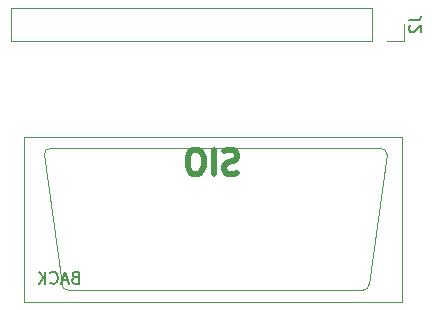
<source format=gbr>
%TF.GenerationSoftware,KiCad,Pcbnew,9.0.7*%
%TF.CreationDate,2026-02-06T11:43:09-06:00*%
%TF.ProjectId,SIO_Breakout,53494f5f-4272-4656-916b-6f75742e6b69,rev?*%
%TF.SameCoordinates,Original*%
%TF.FileFunction,Legend,Bot*%
%TF.FilePolarity,Positive*%
%FSLAX46Y46*%
G04 Gerber Fmt 4.6, Leading zero omitted, Abs format (unit mm)*
G04 Created by KiCad (PCBNEW 9.0.7) date 2026-02-06 11:43:09*
%MOMM*%
%LPD*%
G01*
G04 APERTURE LIST*
%ADD10C,0.150000*%
%ADD11C,0.500000*%
%ADD12C,0.120000*%
G04 APERTURE END LIST*
D10*
X129107142Y-122431009D02*
X128964285Y-122478628D01*
X128964285Y-122478628D02*
X128916666Y-122526247D01*
X128916666Y-122526247D02*
X128869047Y-122621485D01*
X128869047Y-122621485D02*
X128869047Y-122764342D01*
X128869047Y-122764342D02*
X128916666Y-122859580D01*
X128916666Y-122859580D02*
X128964285Y-122907200D01*
X128964285Y-122907200D02*
X129059523Y-122954819D01*
X129059523Y-122954819D02*
X129440475Y-122954819D01*
X129440475Y-122954819D02*
X129440475Y-121954819D01*
X129440475Y-121954819D02*
X129107142Y-121954819D01*
X129107142Y-121954819D02*
X129011904Y-122002438D01*
X129011904Y-122002438D02*
X128964285Y-122050057D01*
X128964285Y-122050057D02*
X128916666Y-122145295D01*
X128916666Y-122145295D02*
X128916666Y-122240533D01*
X128916666Y-122240533D02*
X128964285Y-122335771D01*
X128964285Y-122335771D02*
X129011904Y-122383390D01*
X129011904Y-122383390D02*
X129107142Y-122431009D01*
X129107142Y-122431009D02*
X129440475Y-122431009D01*
X128488094Y-122669104D02*
X128011904Y-122669104D01*
X128583332Y-122954819D02*
X128249999Y-121954819D01*
X128249999Y-121954819D02*
X127916666Y-122954819D01*
X127011904Y-122859580D02*
X127059523Y-122907200D01*
X127059523Y-122907200D02*
X127202380Y-122954819D01*
X127202380Y-122954819D02*
X127297618Y-122954819D01*
X127297618Y-122954819D02*
X127440475Y-122907200D01*
X127440475Y-122907200D02*
X127535713Y-122811961D01*
X127535713Y-122811961D02*
X127583332Y-122716723D01*
X127583332Y-122716723D02*
X127630951Y-122526247D01*
X127630951Y-122526247D02*
X127630951Y-122383390D01*
X127630951Y-122383390D02*
X127583332Y-122192914D01*
X127583332Y-122192914D02*
X127535713Y-122097676D01*
X127535713Y-122097676D02*
X127440475Y-122002438D01*
X127440475Y-122002438D02*
X127297618Y-121954819D01*
X127297618Y-121954819D02*
X127202380Y-121954819D01*
X127202380Y-121954819D02*
X127059523Y-122002438D01*
X127059523Y-122002438D02*
X127011904Y-122050057D01*
X126583332Y-122954819D02*
X126583332Y-121954819D01*
X126011904Y-122954819D02*
X126440475Y-122383390D01*
X126011904Y-121954819D02*
X126583332Y-122526247D01*
D11*
X142845237Y-113554000D02*
X142559523Y-113649238D01*
X142559523Y-113649238D02*
X142083332Y-113649238D01*
X142083332Y-113649238D02*
X141892856Y-113554000D01*
X141892856Y-113554000D02*
X141797618Y-113458761D01*
X141797618Y-113458761D02*
X141702380Y-113268285D01*
X141702380Y-113268285D02*
X141702380Y-113077809D01*
X141702380Y-113077809D02*
X141797618Y-112887333D01*
X141797618Y-112887333D02*
X141892856Y-112792095D01*
X141892856Y-112792095D02*
X142083332Y-112696857D01*
X142083332Y-112696857D02*
X142464285Y-112601619D01*
X142464285Y-112601619D02*
X142654761Y-112506380D01*
X142654761Y-112506380D02*
X142749999Y-112411142D01*
X142749999Y-112411142D02*
X142845237Y-112220666D01*
X142845237Y-112220666D02*
X142845237Y-112030190D01*
X142845237Y-112030190D02*
X142749999Y-111839714D01*
X142749999Y-111839714D02*
X142654761Y-111744476D01*
X142654761Y-111744476D02*
X142464285Y-111649238D01*
X142464285Y-111649238D02*
X141988094Y-111649238D01*
X141988094Y-111649238D02*
X141702380Y-111744476D01*
X140845237Y-113649238D02*
X140845237Y-111649238D01*
X139511904Y-111649238D02*
X139130951Y-111649238D01*
X139130951Y-111649238D02*
X138940475Y-111744476D01*
X138940475Y-111744476D02*
X138749999Y-111934952D01*
X138749999Y-111934952D02*
X138654761Y-112315904D01*
X138654761Y-112315904D02*
X138654761Y-112982571D01*
X138654761Y-112982571D02*
X138749999Y-113363523D01*
X138749999Y-113363523D02*
X138940475Y-113554000D01*
X138940475Y-113554000D02*
X139130951Y-113649238D01*
X139130951Y-113649238D02*
X139511904Y-113649238D01*
X139511904Y-113649238D02*
X139702380Y-113554000D01*
X139702380Y-113554000D02*
X139892856Y-113363523D01*
X139892856Y-113363523D02*
X139988094Y-112982571D01*
X139988094Y-112982571D02*
X139988094Y-112315904D01*
X139988094Y-112315904D02*
X139892856Y-111934952D01*
X139892856Y-111934952D02*
X139702380Y-111744476D01*
X139702380Y-111744476D02*
X139511904Y-111649238D01*
D10*
X157374819Y-100666666D02*
X158089104Y-100666666D01*
X158089104Y-100666666D02*
X158231961Y-100619047D01*
X158231961Y-100619047D02*
X158327200Y-100523809D01*
X158327200Y-100523809D02*
X158374819Y-100380952D01*
X158374819Y-100380952D02*
X158374819Y-100285714D01*
X157470057Y-101095238D02*
X157422438Y-101142857D01*
X157422438Y-101142857D02*
X157374819Y-101238095D01*
X157374819Y-101238095D02*
X157374819Y-101476190D01*
X157374819Y-101476190D02*
X157422438Y-101571428D01*
X157422438Y-101571428D02*
X157470057Y-101619047D01*
X157470057Y-101619047D02*
X157565295Y-101666666D01*
X157565295Y-101666666D02*
X157660533Y-101666666D01*
X157660533Y-101666666D02*
X157803390Y-101619047D01*
X157803390Y-101619047D02*
X158374819Y-101047619D01*
X158374819Y-101047619D02*
X158374819Y-101666666D01*
D12*
%TO.C,J1*%
X124750000Y-110500000D02*
X156750000Y-110500000D01*
X124750000Y-124500000D02*
X124750000Y-110500000D01*
X127000000Y-111500000D02*
X155000000Y-111500000D01*
X128000000Y-123000000D02*
X126500000Y-112000000D01*
X141000000Y-123500000D02*
X128500000Y-123500000D01*
X141000000Y-123500000D02*
X153500000Y-123500000D01*
X155500000Y-112000000D02*
X154000000Y-123000000D01*
X156750000Y-110500000D02*
X156750000Y-124500000D01*
X156750000Y-124500000D02*
X124750000Y-124500000D01*
X126500000Y-112000000D02*
G75*
G02*
X127000000Y-111500000I500000J0D01*
G01*
X128500000Y-123500000D02*
G75*
G02*
X128000000Y-123000000I0J500000D01*
G01*
X154000000Y-123000000D02*
G75*
G02*
X153500000Y-123500000I-500001J1D01*
G01*
X155000000Y-111500000D02*
G75*
G02*
X155500000Y-112000000I-1J-500001D01*
G01*
%TO.C,J2*%
X123680000Y-102380000D02*
X123680000Y-99620000D01*
X154270000Y-99620000D02*
X123680000Y-99620000D01*
X154270000Y-102380000D02*
X123680000Y-102380000D01*
X154270000Y-102380000D02*
X154270000Y-99620000D01*
X155540000Y-102380000D02*
X156920000Y-102380000D01*
X156920000Y-102380000D02*
X156920000Y-101000000D01*
%TD*%
M02*

</source>
